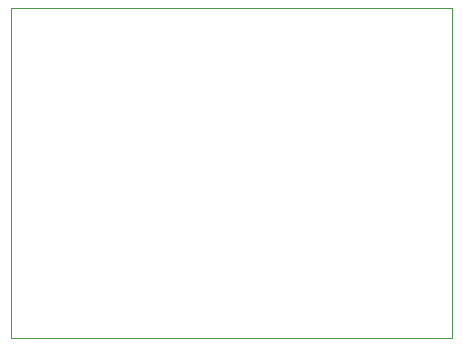
<source format=gbr>
G04 #@! TF.GenerationSoftware,KiCad,Pcbnew,5.1.10-88a1d61d58~88~ubuntu20.04.1*
G04 #@! TF.CreationDate,2021-05-19T20:40:34-06:00*
G04 #@! TF.ProjectId,CurrentSensorV1,43757272-656e-4745-9365-6e736f725631,rev?*
G04 #@! TF.SameCoordinates,Original*
G04 #@! TF.FileFunction,Paste,Bot*
G04 #@! TF.FilePolarity,Positive*
%FSLAX46Y46*%
G04 Gerber Fmt 4.6, Leading zero omitted, Abs format (unit mm)*
G04 Created by KiCad (PCBNEW 5.1.10-88a1d61d58~88~ubuntu20.04.1) date 2021-05-19 20:40:34*
%MOMM*%
%LPD*%
G01*
G04 APERTURE LIST*
G04 #@! TA.AperFunction,Profile*
%ADD10C,0.050000*%
G04 #@! TD*
G04 APERTURE END LIST*
D10*
X132842000Y-64008000D02*
X132842000Y-65278000D01*
X170180000Y-64008000D02*
X132842000Y-64008000D01*
X170180000Y-65278000D02*
X170180000Y-64008000D01*
X132842000Y-91948000D02*
X170180000Y-91948000D01*
X170180000Y-91948000D02*
X170180000Y-65278000D01*
X132842000Y-65278000D02*
X132842000Y-91948000D01*
M02*

</source>
